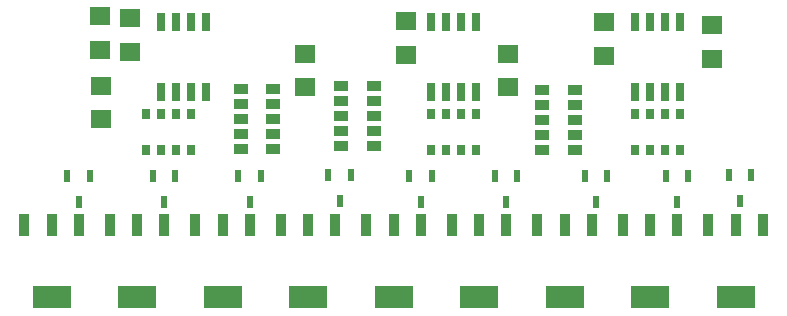
<source format=gbr>
G04 EAGLE Gerber RS-274X export*
G75*
%MOMM*%
%FSLAX34Y34*%
%LPD*%
%INSolderpaste Top*%
%IPPOS*%
%AMOC8*
5,1,8,0,0,1.08239X$1,22.5*%
G01*
%ADD10R,1.800000X1.600000*%
%ADD11R,0.660400X1.524000*%
%ADD12R,0.710000X0.850000*%
%ADD13R,0.950000X1.900000*%
%ADD14R,3.250000X1.900000*%
%ADD15R,0.600000X1.050000*%
%ADD16R,1.150000X0.900000*%
%ADD17R,1.803000X1.600000*%


D10*
X372110Y261590D03*
X372110Y289590D03*
X199390Y234920D03*
X199390Y262920D03*
X543560Y261590D03*
X543560Y289590D03*
D11*
X250190Y257286D03*
X250190Y316754D03*
X262890Y257286D03*
X275590Y257286D03*
X262890Y316754D03*
X275590Y316754D03*
X288290Y257286D03*
X288290Y316754D03*
X478790Y257286D03*
X478790Y316754D03*
X491490Y257286D03*
X504190Y257286D03*
X491490Y316754D03*
X504190Y316754D03*
X516890Y257286D03*
X516890Y316754D03*
X651510Y257286D03*
X651510Y316754D03*
X664210Y257286D03*
X676910Y257286D03*
X664210Y316754D03*
X676910Y316754D03*
X689610Y257286D03*
X689610Y316754D03*
D12*
X237490Y208270D03*
X250190Y208270D03*
X262890Y208270D03*
X275590Y208270D03*
X237490Y238770D03*
X250190Y238770D03*
X262890Y238770D03*
X275590Y238770D03*
X478790Y208270D03*
X491490Y208270D03*
X504190Y208270D03*
X516890Y208270D03*
X478790Y238770D03*
X491490Y238770D03*
X504190Y238770D03*
X516890Y238770D03*
X651510Y208270D03*
X664210Y208270D03*
X676910Y208270D03*
X689610Y208270D03*
X651510Y238770D03*
X664210Y238770D03*
X676910Y238770D03*
X689610Y238770D03*
D13*
X252870Y144800D03*
X229870Y144800D03*
X206870Y144800D03*
D14*
X229870Y83800D03*
D15*
X262230Y186260D03*
X243230Y186260D03*
X252730Y164260D03*
D13*
X180480Y144800D03*
X157480Y144800D03*
X134480Y144800D03*
D14*
X157480Y83800D03*
D15*
X189840Y186260D03*
X170840Y186260D03*
X180340Y164260D03*
D13*
X325260Y144800D03*
X302260Y144800D03*
X279260Y144800D03*
D14*
X302260Y83800D03*
D15*
X334620Y186260D03*
X315620Y186260D03*
X325120Y164260D03*
D13*
X470040Y144800D03*
X447040Y144800D03*
X424040Y144800D03*
D14*
X447040Y83800D03*
D15*
X479400Y186260D03*
X460400Y186260D03*
X469900Y164260D03*
D13*
X397650Y144800D03*
X374650Y144800D03*
X351650Y144800D03*
D14*
X374650Y83800D03*
D15*
X410820Y187530D03*
X391820Y187530D03*
X401320Y165530D03*
D13*
X542430Y144800D03*
X519430Y144800D03*
X496430Y144800D03*
D14*
X519430Y83800D03*
D15*
X551790Y186260D03*
X532790Y186260D03*
X542290Y164260D03*
D13*
X687210Y144800D03*
X664210Y144800D03*
X641210Y144800D03*
D14*
X664210Y83800D03*
D15*
X696570Y186260D03*
X677570Y186260D03*
X687070Y164260D03*
D13*
X614820Y144800D03*
X591820Y144800D03*
X568820Y144800D03*
D14*
X591820Y83800D03*
D15*
X627990Y186260D03*
X608990Y186260D03*
X618490Y164260D03*
D13*
X759600Y144800D03*
X736600Y144800D03*
X713600Y144800D03*
D14*
X736600Y83800D03*
D15*
X749910Y187530D03*
X730910Y187530D03*
X740410Y165530D03*
D16*
X345220Y209550D03*
X345220Y222250D03*
X345220Y234950D03*
X345220Y247650D03*
X345220Y260350D03*
X317720Y260350D03*
X317720Y247650D03*
X317720Y234950D03*
X317720Y222250D03*
X317720Y209550D03*
X430310Y212090D03*
X430310Y224790D03*
X430310Y237490D03*
X430310Y250190D03*
X430310Y262890D03*
X402810Y262890D03*
X402810Y250190D03*
X402810Y237490D03*
X402810Y224790D03*
X402810Y212090D03*
X600490Y208280D03*
X600490Y220980D03*
X600490Y233680D03*
X600490Y246380D03*
X600490Y259080D03*
X572990Y259080D03*
X572990Y246380D03*
X572990Y233680D03*
X572990Y220980D03*
X572990Y208280D03*
D17*
X223520Y291850D03*
X223520Y320290D03*
X198120Y293120D03*
X198120Y321560D03*
X457200Y289310D03*
X457200Y317750D03*
X624840Y288040D03*
X624840Y316480D03*
X716280Y285500D03*
X716280Y313940D03*
M02*

</source>
